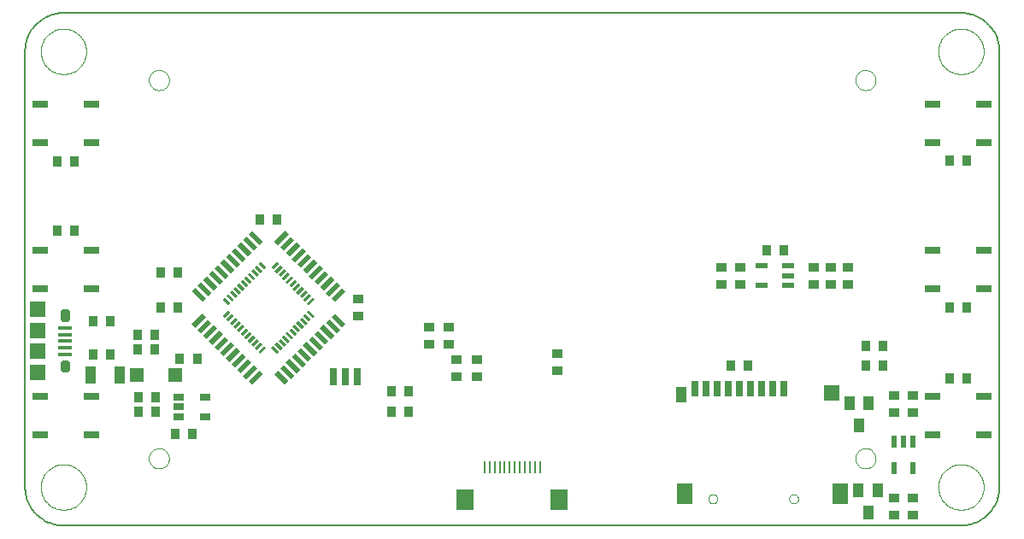
<source format=gtp>
G75*
%MOIN*%
%OFA0B0*%
%FSLAX24Y24*%
%IPPOS*%
%LPD*%
%AMOC8*
5,1,8,0,0,1.08239X$1,22.5*
%
%ADD10C,0.0050*%
%ADD11C,0.0000*%
%ADD12R,0.0276X0.0669*%
%ADD13R,0.0394X0.0709*%
%ADD14R,0.0472X0.0217*%
%ADD15R,0.0400X0.0370*%
%ADD16R,0.0217X0.0472*%
%ADD17R,0.0370X0.0400*%
%ADD18R,0.0600X0.0300*%
%ADD19R,0.0551X0.0551*%
%ADD20R,0.0531X0.0157*%
%ADD21C,0.0281*%
%ADD22R,0.0610X0.0648*%
%ADD23R,0.0610X0.0591*%
%ADD24R,0.0315X0.0118*%
%ADD25R,0.0300X0.0600*%
%ADD26R,0.0400X0.0600*%
%ADD27R,0.0600X0.0800*%
%ADD28R,0.0600X0.0600*%
%ADD29R,0.0390X0.0272*%
%ADD30R,0.0394X0.0551*%
%ADD31R,0.0591X0.0197*%
%ADD32R,0.0197X0.0591*%
%ADD33R,0.0098X0.0492*%
%ADD34R,0.0650X0.0807*%
D10*
X017760Y016393D02*
X052760Y016393D01*
X052836Y016395D01*
X052912Y016401D01*
X052987Y016410D01*
X053062Y016424D01*
X053136Y016441D01*
X053209Y016462D01*
X053281Y016486D01*
X053352Y016515D01*
X053421Y016546D01*
X053488Y016581D01*
X053553Y016620D01*
X053617Y016662D01*
X053678Y016707D01*
X053737Y016755D01*
X053793Y016806D01*
X053847Y016860D01*
X053898Y016916D01*
X053946Y016975D01*
X053991Y017036D01*
X054033Y017100D01*
X054072Y017165D01*
X054107Y017232D01*
X054138Y017301D01*
X054167Y017372D01*
X054191Y017444D01*
X054212Y017517D01*
X054229Y017591D01*
X054243Y017666D01*
X054252Y017741D01*
X054258Y017817D01*
X054260Y017893D01*
X054260Y034893D01*
X054258Y034969D01*
X054252Y035045D01*
X054243Y035120D01*
X054229Y035195D01*
X054212Y035269D01*
X054191Y035342D01*
X054167Y035414D01*
X054138Y035485D01*
X054107Y035554D01*
X054072Y035621D01*
X054033Y035686D01*
X053991Y035750D01*
X053946Y035811D01*
X053898Y035870D01*
X053847Y035926D01*
X053793Y035980D01*
X053737Y036031D01*
X053678Y036079D01*
X053617Y036124D01*
X053553Y036166D01*
X053488Y036205D01*
X053421Y036240D01*
X053352Y036271D01*
X053281Y036300D01*
X053209Y036324D01*
X053136Y036345D01*
X053062Y036362D01*
X052987Y036376D01*
X052912Y036385D01*
X052836Y036391D01*
X052760Y036393D01*
X017760Y036393D01*
X017684Y036391D01*
X017608Y036385D01*
X017533Y036376D01*
X017458Y036362D01*
X017384Y036345D01*
X017311Y036324D01*
X017239Y036300D01*
X017168Y036271D01*
X017099Y036240D01*
X017032Y036205D01*
X016967Y036166D01*
X016903Y036124D01*
X016842Y036079D01*
X016783Y036031D01*
X016727Y035980D01*
X016673Y035926D01*
X016622Y035870D01*
X016574Y035811D01*
X016529Y035750D01*
X016487Y035686D01*
X016448Y035621D01*
X016413Y035554D01*
X016382Y035485D01*
X016353Y035414D01*
X016329Y035342D01*
X016308Y035269D01*
X016291Y035195D01*
X016277Y035120D01*
X016268Y035045D01*
X016262Y034969D01*
X016260Y034893D01*
X016260Y017893D01*
X016262Y017817D01*
X016268Y017741D01*
X016277Y017666D01*
X016291Y017591D01*
X016308Y017517D01*
X016329Y017444D01*
X016353Y017372D01*
X016382Y017301D01*
X016413Y017232D01*
X016448Y017165D01*
X016487Y017100D01*
X016529Y017036D01*
X016574Y016975D01*
X016622Y016916D01*
X016673Y016860D01*
X016727Y016806D01*
X016783Y016755D01*
X016842Y016707D01*
X016903Y016662D01*
X016967Y016620D01*
X017032Y016581D01*
X017099Y016546D01*
X017168Y016515D01*
X017239Y016486D01*
X017311Y016462D01*
X017384Y016441D01*
X017458Y016424D01*
X017533Y016410D01*
X017608Y016401D01*
X017684Y016395D01*
X017760Y016393D01*
D11*
X016874Y017893D02*
X016876Y017952D01*
X016882Y018011D01*
X016892Y018069D01*
X016905Y018127D01*
X016923Y018184D01*
X016944Y018239D01*
X016969Y018293D01*
X016998Y018345D01*
X017030Y018394D01*
X017065Y018442D01*
X017103Y018487D01*
X017144Y018530D01*
X017188Y018570D01*
X017234Y018606D01*
X017283Y018640D01*
X017334Y018670D01*
X017387Y018697D01*
X017442Y018720D01*
X017497Y018739D01*
X017555Y018755D01*
X017613Y018767D01*
X017671Y018775D01*
X017730Y018779D01*
X017790Y018779D01*
X017849Y018775D01*
X017907Y018767D01*
X017965Y018755D01*
X018023Y018739D01*
X018078Y018720D01*
X018133Y018697D01*
X018186Y018670D01*
X018237Y018640D01*
X018286Y018606D01*
X018332Y018570D01*
X018376Y018530D01*
X018417Y018487D01*
X018455Y018442D01*
X018490Y018394D01*
X018522Y018345D01*
X018551Y018293D01*
X018576Y018239D01*
X018597Y018184D01*
X018615Y018127D01*
X018628Y018069D01*
X018638Y018011D01*
X018644Y017952D01*
X018646Y017893D01*
X018644Y017834D01*
X018638Y017775D01*
X018628Y017717D01*
X018615Y017659D01*
X018597Y017602D01*
X018576Y017547D01*
X018551Y017493D01*
X018522Y017441D01*
X018490Y017392D01*
X018455Y017344D01*
X018417Y017299D01*
X018376Y017256D01*
X018332Y017216D01*
X018286Y017180D01*
X018237Y017146D01*
X018186Y017116D01*
X018133Y017089D01*
X018078Y017066D01*
X018023Y017047D01*
X017965Y017031D01*
X017907Y017019D01*
X017849Y017011D01*
X017790Y017007D01*
X017730Y017007D01*
X017671Y017011D01*
X017613Y017019D01*
X017555Y017031D01*
X017497Y017047D01*
X017442Y017066D01*
X017387Y017089D01*
X017334Y017116D01*
X017283Y017146D01*
X017234Y017180D01*
X017188Y017216D01*
X017144Y017256D01*
X017103Y017299D01*
X017065Y017344D01*
X017030Y017392D01*
X016998Y017441D01*
X016969Y017493D01*
X016944Y017547D01*
X016923Y017602D01*
X016905Y017659D01*
X016892Y017717D01*
X016882Y017775D01*
X016876Y017834D01*
X016874Y017893D01*
X021086Y019011D02*
X021088Y019050D01*
X021094Y019089D01*
X021104Y019127D01*
X021117Y019164D01*
X021134Y019199D01*
X021154Y019233D01*
X021178Y019264D01*
X021205Y019293D01*
X021234Y019319D01*
X021266Y019342D01*
X021300Y019362D01*
X021336Y019378D01*
X021373Y019390D01*
X021412Y019399D01*
X021451Y019404D01*
X021490Y019405D01*
X021529Y019402D01*
X021568Y019395D01*
X021605Y019384D01*
X021642Y019370D01*
X021677Y019352D01*
X021710Y019331D01*
X021741Y019306D01*
X021769Y019279D01*
X021794Y019249D01*
X021816Y019216D01*
X021835Y019182D01*
X021850Y019146D01*
X021862Y019108D01*
X021870Y019070D01*
X021874Y019031D01*
X021874Y018991D01*
X021870Y018952D01*
X021862Y018914D01*
X021850Y018876D01*
X021835Y018840D01*
X021816Y018806D01*
X021794Y018773D01*
X021769Y018743D01*
X021741Y018716D01*
X021710Y018691D01*
X021677Y018670D01*
X021642Y018652D01*
X021605Y018638D01*
X021568Y018627D01*
X021529Y018620D01*
X021490Y018617D01*
X021451Y018618D01*
X021412Y018623D01*
X021373Y018632D01*
X021336Y018644D01*
X021300Y018660D01*
X021266Y018680D01*
X021234Y018703D01*
X021205Y018729D01*
X021178Y018758D01*
X021154Y018789D01*
X021134Y018823D01*
X021117Y018858D01*
X021104Y018895D01*
X021094Y018933D01*
X021088Y018972D01*
X021086Y019011D01*
X021086Y033775D02*
X021088Y033814D01*
X021094Y033853D01*
X021104Y033891D01*
X021117Y033928D01*
X021134Y033963D01*
X021154Y033997D01*
X021178Y034028D01*
X021205Y034057D01*
X021234Y034083D01*
X021266Y034106D01*
X021300Y034126D01*
X021336Y034142D01*
X021373Y034154D01*
X021412Y034163D01*
X021451Y034168D01*
X021490Y034169D01*
X021529Y034166D01*
X021568Y034159D01*
X021605Y034148D01*
X021642Y034134D01*
X021677Y034116D01*
X021710Y034095D01*
X021741Y034070D01*
X021769Y034043D01*
X021794Y034013D01*
X021816Y033980D01*
X021835Y033946D01*
X021850Y033910D01*
X021862Y033872D01*
X021870Y033834D01*
X021874Y033795D01*
X021874Y033755D01*
X021870Y033716D01*
X021862Y033678D01*
X021850Y033640D01*
X021835Y033604D01*
X021816Y033570D01*
X021794Y033537D01*
X021769Y033507D01*
X021741Y033480D01*
X021710Y033455D01*
X021677Y033434D01*
X021642Y033416D01*
X021605Y033402D01*
X021568Y033391D01*
X021529Y033384D01*
X021490Y033381D01*
X021451Y033382D01*
X021412Y033387D01*
X021373Y033396D01*
X021336Y033408D01*
X021300Y033424D01*
X021266Y033444D01*
X021234Y033467D01*
X021205Y033493D01*
X021178Y033522D01*
X021154Y033553D01*
X021134Y033587D01*
X021117Y033622D01*
X021104Y033659D01*
X021094Y033697D01*
X021088Y033736D01*
X021086Y033775D01*
X016874Y034893D02*
X016876Y034952D01*
X016882Y035011D01*
X016892Y035069D01*
X016905Y035127D01*
X016923Y035184D01*
X016944Y035239D01*
X016969Y035293D01*
X016998Y035345D01*
X017030Y035394D01*
X017065Y035442D01*
X017103Y035487D01*
X017144Y035530D01*
X017188Y035570D01*
X017234Y035606D01*
X017283Y035640D01*
X017334Y035670D01*
X017387Y035697D01*
X017442Y035720D01*
X017497Y035739D01*
X017555Y035755D01*
X017613Y035767D01*
X017671Y035775D01*
X017730Y035779D01*
X017790Y035779D01*
X017849Y035775D01*
X017907Y035767D01*
X017965Y035755D01*
X018023Y035739D01*
X018078Y035720D01*
X018133Y035697D01*
X018186Y035670D01*
X018237Y035640D01*
X018286Y035606D01*
X018332Y035570D01*
X018376Y035530D01*
X018417Y035487D01*
X018455Y035442D01*
X018490Y035394D01*
X018522Y035345D01*
X018551Y035293D01*
X018576Y035239D01*
X018597Y035184D01*
X018615Y035127D01*
X018628Y035069D01*
X018638Y035011D01*
X018644Y034952D01*
X018646Y034893D01*
X018644Y034834D01*
X018638Y034775D01*
X018628Y034717D01*
X018615Y034659D01*
X018597Y034602D01*
X018576Y034547D01*
X018551Y034493D01*
X018522Y034441D01*
X018490Y034392D01*
X018455Y034344D01*
X018417Y034299D01*
X018376Y034256D01*
X018332Y034216D01*
X018286Y034180D01*
X018237Y034146D01*
X018186Y034116D01*
X018133Y034089D01*
X018078Y034066D01*
X018023Y034047D01*
X017965Y034031D01*
X017907Y034019D01*
X017849Y034011D01*
X017790Y034007D01*
X017730Y034007D01*
X017671Y034011D01*
X017613Y034019D01*
X017555Y034031D01*
X017497Y034047D01*
X017442Y034066D01*
X017387Y034089D01*
X017334Y034116D01*
X017283Y034146D01*
X017234Y034180D01*
X017188Y034216D01*
X017144Y034256D01*
X017103Y034299D01*
X017065Y034344D01*
X017030Y034392D01*
X016998Y034441D01*
X016969Y034493D01*
X016944Y034547D01*
X016923Y034602D01*
X016905Y034659D01*
X016892Y034717D01*
X016882Y034775D01*
X016876Y034834D01*
X016874Y034893D01*
X042911Y017435D02*
X042913Y017461D01*
X042919Y017487D01*
X042928Y017511D01*
X042941Y017534D01*
X042958Y017554D01*
X042977Y017572D01*
X042999Y017587D01*
X043022Y017598D01*
X043047Y017606D01*
X043073Y017610D01*
X043099Y017610D01*
X043125Y017606D01*
X043150Y017598D01*
X043174Y017587D01*
X043195Y017572D01*
X043214Y017554D01*
X043231Y017534D01*
X043244Y017511D01*
X043253Y017487D01*
X043259Y017461D01*
X043261Y017435D01*
X043259Y017409D01*
X043253Y017383D01*
X043244Y017359D01*
X043231Y017336D01*
X043214Y017316D01*
X043195Y017298D01*
X043173Y017283D01*
X043150Y017272D01*
X043125Y017264D01*
X043099Y017260D01*
X043073Y017260D01*
X043047Y017264D01*
X043022Y017272D01*
X042998Y017283D01*
X042977Y017298D01*
X042958Y017316D01*
X042941Y017336D01*
X042928Y017359D01*
X042919Y017383D01*
X042913Y017409D01*
X042911Y017435D01*
X046060Y017435D02*
X046062Y017461D01*
X046068Y017487D01*
X046077Y017511D01*
X046090Y017534D01*
X046107Y017554D01*
X046126Y017572D01*
X046148Y017587D01*
X046171Y017598D01*
X046196Y017606D01*
X046222Y017610D01*
X046248Y017610D01*
X046274Y017606D01*
X046299Y017598D01*
X046323Y017587D01*
X046344Y017572D01*
X046363Y017554D01*
X046380Y017534D01*
X046393Y017511D01*
X046402Y017487D01*
X046408Y017461D01*
X046410Y017435D01*
X046408Y017409D01*
X046402Y017383D01*
X046393Y017359D01*
X046380Y017336D01*
X046363Y017316D01*
X046344Y017298D01*
X046322Y017283D01*
X046299Y017272D01*
X046274Y017264D01*
X046248Y017260D01*
X046222Y017260D01*
X046196Y017264D01*
X046171Y017272D01*
X046147Y017283D01*
X046126Y017298D01*
X046107Y017316D01*
X046090Y017336D01*
X046077Y017359D01*
X046068Y017383D01*
X046062Y017409D01*
X046060Y017435D01*
X048645Y019011D02*
X048647Y019050D01*
X048653Y019089D01*
X048663Y019127D01*
X048676Y019164D01*
X048693Y019199D01*
X048713Y019233D01*
X048737Y019264D01*
X048764Y019293D01*
X048793Y019319D01*
X048825Y019342D01*
X048859Y019362D01*
X048895Y019378D01*
X048932Y019390D01*
X048971Y019399D01*
X049010Y019404D01*
X049049Y019405D01*
X049088Y019402D01*
X049127Y019395D01*
X049164Y019384D01*
X049201Y019370D01*
X049236Y019352D01*
X049269Y019331D01*
X049300Y019306D01*
X049328Y019279D01*
X049353Y019249D01*
X049375Y019216D01*
X049394Y019182D01*
X049409Y019146D01*
X049421Y019108D01*
X049429Y019070D01*
X049433Y019031D01*
X049433Y018991D01*
X049429Y018952D01*
X049421Y018914D01*
X049409Y018876D01*
X049394Y018840D01*
X049375Y018806D01*
X049353Y018773D01*
X049328Y018743D01*
X049300Y018716D01*
X049269Y018691D01*
X049236Y018670D01*
X049201Y018652D01*
X049164Y018638D01*
X049127Y018627D01*
X049088Y018620D01*
X049049Y018617D01*
X049010Y018618D01*
X048971Y018623D01*
X048932Y018632D01*
X048895Y018644D01*
X048859Y018660D01*
X048825Y018680D01*
X048793Y018703D01*
X048764Y018729D01*
X048737Y018758D01*
X048713Y018789D01*
X048693Y018823D01*
X048676Y018858D01*
X048663Y018895D01*
X048653Y018933D01*
X048647Y018972D01*
X048645Y019011D01*
X051874Y017893D02*
X051876Y017952D01*
X051882Y018011D01*
X051892Y018069D01*
X051905Y018127D01*
X051923Y018184D01*
X051944Y018239D01*
X051969Y018293D01*
X051998Y018345D01*
X052030Y018394D01*
X052065Y018442D01*
X052103Y018487D01*
X052144Y018530D01*
X052188Y018570D01*
X052234Y018606D01*
X052283Y018640D01*
X052334Y018670D01*
X052387Y018697D01*
X052442Y018720D01*
X052497Y018739D01*
X052555Y018755D01*
X052613Y018767D01*
X052671Y018775D01*
X052730Y018779D01*
X052790Y018779D01*
X052849Y018775D01*
X052907Y018767D01*
X052965Y018755D01*
X053023Y018739D01*
X053078Y018720D01*
X053133Y018697D01*
X053186Y018670D01*
X053237Y018640D01*
X053286Y018606D01*
X053332Y018570D01*
X053376Y018530D01*
X053417Y018487D01*
X053455Y018442D01*
X053490Y018394D01*
X053522Y018345D01*
X053551Y018293D01*
X053576Y018239D01*
X053597Y018184D01*
X053615Y018127D01*
X053628Y018069D01*
X053638Y018011D01*
X053644Y017952D01*
X053646Y017893D01*
X053644Y017834D01*
X053638Y017775D01*
X053628Y017717D01*
X053615Y017659D01*
X053597Y017602D01*
X053576Y017547D01*
X053551Y017493D01*
X053522Y017441D01*
X053490Y017392D01*
X053455Y017344D01*
X053417Y017299D01*
X053376Y017256D01*
X053332Y017216D01*
X053286Y017180D01*
X053237Y017146D01*
X053186Y017116D01*
X053133Y017089D01*
X053078Y017066D01*
X053023Y017047D01*
X052965Y017031D01*
X052907Y017019D01*
X052849Y017011D01*
X052790Y017007D01*
X052730Y017007D01*
X052671Y017011D01*
X052613Y017019D01*
X052555Y017031D01*
X052497Y017047D01*
X052442Y017066D01*
X052387Y017089D01*
X052334Y017116D01*
X052283Y017146D01*
X052234Y017180D01*
X052188Y017216D01*
X052144Y017256D01*
X052103Y017299D01*
X052065Y017344D01*
X052030Y017392D01*
X051998Y017441D01*
X051969Y017493D01*
X051944Y017547D01*
X051923Y017602D01*
X051905Y017659D01*
X051892Y017717D01*
X051882Y017775D01*
X051876Y017834D01*
X051874Y017893D01*
X048645Y033775D02*
X048647Y033814D01*
X048653Y033853D01*
X048663Y033891D01*
X048676Y033928D01*
X048693Y033963D01*
X048713Y033997D01*
X048737Y034028D01*
X048764Y034057D01*
X048793Y034083D01*
X048825Y034106D01*
X048859Y034126D01*
X048895Y034142D01*
X048932Y034154D01*
X048971Y034163D01*
X049010Y034168D01*
X049049Y034169D01*
X049088Y034166D01*
X049127Y034159D01*
X049164Y034148D01*
X049201Y034134D01*
X049236Y034116D01*
X049269Y034095D01*
X049300Y034070D01*
X049328Y034043D01*
X049353Y034013D01*
X049375Y033980D01*
X049394Y033946D01*
X049409Y033910D01*
X049421Y033872D01*
X049429Y033834D01*
X049433Y033795D01*
X049433Y033755D01*
X049429Y033716D01*
X049421Y033678D01*
X049409Y033640D01*
X049394Y033604D01*
X049375Y033570D01*
X049353Y033537D01*
X049328Y033507D01*
X049300Y033480D01*
X049269Y033455D01*
X049236Y033434D01*
X049201Y033416D01*
X049164Y033402D01*
X049127Y033391D01*
X049088Y033384D01*
X049049Y033381D01*
X049010Y033382D01*
X048971Y033387D01*
X048932Y033396D01*
X048895Y033408D01*
X048859Y033424D01*
X048825Y033444D01*
X048793Y033467D01*
X048764Y033493D01*
X048737Y033522D01*
X048713Y033553D01*
X048693Y033587D01*
X048676Y033622D01*
X048663Y033659D01*
X048653Y033697D01*
X048647Y033736D01*
X048645Y033775D01*
X051874Y034893D02*
X051876Y034952D01*
X051882Y035011D01*
X051892Y035069D01*
X051905Y035127D01*
X051923Y035184D01*
X051944Y035239D01*
X051969Y035293D01*
X051998Y035345D01*
X052030Y035394D01*
X052065Y035442D01*
X052103Y035487D01*
X052144Y035530D01*
X052188Y035570D01*
X052234Y035606D01*
X052283Y035640D01*
X052334Y035670D01*
X052387Y035697D01*
X052442Y035720D01*
X052497Y035739D01*
X052555Y035755D01*
X052613Y035767D01*
X052671Y035775D01*
X052730Y035779D01*
X052790Y035779D01*
X052849Y035775D01*
X052907Y035767D01*
X052965Y035755D01*
X053023Y035739D01*
X053078Y035720D01*
X053133Y035697D01*
X053186Y035670D01*
X053237Y035640D01*
X053286Y035606D01*
X053332Y035570D01*
X053376Y035530D01*
X053417Y035487D01*
X053455Y035442D01*
X053490Y035394D01*
X053522Y035345D01*
X053551Y035293D01*
X053576Y035239D01*
X053597Y035184D01*
X053615Y035127D01*
X053628Y035069D01*
X053638Y035011D01*
X053644Y034952D01*
X053646Y034893D01*
X053644Y034834D01*
X053638Y034775D01*
X053628Y034717D01*
X053615Y034659D01*
X053597Y034602D01*
X053576Y034547D01*
X053551Y034493D01*
X053522Y034441D01*
X053490Y034392D01*
X053455Y034344D01*
X053417Y034299D01*
X053376Y034256D01*
X053332Y034216D01*
X053286Y034180D01*
X053237Y034146D01*
X053186Y034116D01*
X053133Y034089D01*
X053078Y034066D01*
X053023Y034047D01*
X052965Y034031D01*
X052907Y034019D01*
X052849Y034011D01*
X052790Y034007D01*
X052730Y034007D01*
X052671Y034011D01*
X052613Y034019D01*
X052555Y034031D01*
X052497Y034047D01*
X052442Y034066D01*
X052387Y034089D01*
X052334Y034116D01*
X052283Y034146D01*
X052234Y034180D01*
X052188Y034216D01*
X052144Y034256D01*
X052103Y034299D01*
X052065Y034344D01*
X052030Y034392D01*
X051998Y034441D01*
X051969Y034493D01*
X051944Y034547D01*
X051923Y034602D01*
X051905Y034659D01*
X051892Y034717D01*
X051882Y034775D01*
X051876Y034834D01*
X051874Y034893D01*
D12*
X029232Y022206D03*
X028760Y022206D03*
X028287Y022206D03*
D13*
X019936Y022268D03*
X018833Y022268D03*
D14*
X044998Y025769D03*
X044998Y026517D03*
X046021Y026517D03*
X046021Y026143D03*
X046021Y025769D03*
D15*
X047010Y025809D03*
X047010Y026478D03*
X047697Y026478D03*
X048353Y026478D03*
X048353Y025809D03*
X047697Y025809D03*
X044166Y025809D03*
X044166Y026478D03*
X043416Y026478D03*
X043416Y025809D03*
X037031Y023103D03*
X037031Y022434D03*
X033882Y022184D03*
X033094Y022184D03*
X033094Y022853D03*
X032785Y023459D03*
X033882Y022853D03*
X032785Y024128D03*
X032010Y024128D03*
X032010Y023459D03*
X029260Y024559D03*
X029260Y025228D03*
X050135Y021478D03*
X050884Y021478D03*
X050884Y020809D03*
X050135Y020809D03*
X050135Y017478D03*
X050885Y017478D03*
X050885Y016809D03*
X050135Y016809D03*
D16*
X050135Y018631D03*
X050884Y018631D03*
X050884Y019655D03*
X050510Y019655D03*
X050135Y019655D03*
D17*
X052325Y022143D03*
X052994Y022143D03*
X049719Y022643D03*
X049050Y022643D03*
X049050Y023393D03*
X049719Y023393D03*
X052325Y024893D03*
X052994Y024893D03*
X045844Y027143D03*
X045175Y027143D03*
X044444Y022643D03*
X043775Y022643D03*
X052325Y030643D03*
X052994Y030643D03*
X031207Y021643D03*
X030537Y021643D03*
X030537Y020831D03*
X031207Y020831D03*
X022969Y022893D03*
X022300Y022893D03*
X021313Y023275D03*
X021313Y023849D03*
X020644Y023849D03*
X020644Y023275D03*
X019594Y023081D03*
X018925Y023081D03*
X018925Y024361D03*
X019594Y024361D03*
X021550Y024893D03*
X022219Y024893D03*
X022219Y026268D03*
X021550Y026268D03*
X018194Y027893D03*
X017525Y027893D03*
X017525Y030593D03*
X018194Y030593D03*
X025425Y028331D03*
X026094Y028331D03*
X021344Y021393D03*
X020675Y021393D03*
X020675Y020831D03*
X021344Y020831D03*
X022112Y019956D03*
X022782Y019956D03*
D18*
X018860Y019943D03*
X016860Y019943D03*
X016860Y021443D03*
X018860Y021443D03*
X018860Y025643D03*
X016860Y025643D03*
X016860Y027143D03*
X018860Y027143D03*
X018860Y031343D03*
X016860Y031343D03*
X016860Y032843D03*
X018860Y032843D03*
X051660Y032843D03*
X051660Y031343D03*
X053660Y031343D03*
X053660Y032843D03*
X053660Y027143D03*
X053660Y025643D03*
X051660Y025643D03*
X051660Y027143D03*
X051660Y021443D03*
X051660Y019943D03*
X053660Y019943D03*
X053660Y021443D03*
D19*
X022101Y022268D03*
X020605Y022268D03*
D20*
X017823Y023081D03*
X017823Y023337D03*
X017823Y023593D03*
X017823Y023849D03*
X017823Y024105D03*
D21*
X017776Y024472D02*
X017776Y024684D01*
X017870Y024684D01*
X017870Y024472D01*
X017776Y024472D01*
X017776Y022715D02*
X017776Y022503D01*
X017776Y022715D02*
X017870Y022715D01*
X017870Y022503D01*
X017776Y022503D01*
D22*
X016760Y022364D03*
X016760Y024823D03*
D23*
X016760Y023987D03*
X016760Y023200D03*
D24*
G36*
X023965Y024574D02*
X024186Y024795D01*
X024269Y024712D01*
X024048Y024491D01*
X023965Y024574D01*
G37*
G36*
X024104Y024435D02*
X024325Y024656D01*
X024408Y024573D01*
X024187Y024352D01*
X024104Y024435D01*
G37*
G36*
X024243Y024295D02*
X024464Y024516D01*
X024547Y024433D01*
X024326Y024212D01*
X024243Y024295D01*
G37*
G36*
X024383Y024156D02*
X024604Y024377D01*
X024687Y024294D01*
X024466Y024073D01*
X024383Y024156D01*
G37*
G36*
X024522Y024017D02*
X024743Y024238D01*
X024826Y024155D01*
X024605Y023934D01*
X024522Y024017D01*
G37*
G36*
X024661Y023878D02*
X024882Y024099D01*
X024965Y024016D01*
X024744Y023795D01*
X024661Y023878D01*
G37*
G36*
X025104Y023877D02*
X024883Y023656D01*
X024800Y023739D01*
X025021Y023960D01*
X025104Y023877D01*
G37*
G36*
X025243Y023737D02*
X025022Y023516D01*
X024939Y023599D01*
X025160Y023820D01*
X025243Y023737D01*
G37*
G36*
X025383Y023598D02*
X025162Y023377D01*
X025079Y023460D01*
X025300Y023681D01*
X025383Y023598D01*
G37*
G36*
X025522Y023459D02*
X025301Y023238D01*
X025218Y023321D01*
X025439Y023542D01*
X025522Y023459D01*
G37*
G36*
X025661Y023320D02*
X025440Y023099D01*
X025357Y023182D01*
X025578Y023403D01*
X025661Y023320D01*
G37*
G36*
X026079Y023099D02*
X025858Y023320D01*
X025941Y023403D01*
X026162Y023182D01*
X026079Y023099D01*
G37*
G36*
X026218Y023238D02*
X025997Y023459D01*
X026080Y023542D01*
X026301Y023321D01*
X026218Y023238D01*
G37*
G36*
X026357Y023377D02*
X026136Y023598D01*
X026219Y023681D01*
X026440Y023460D01*
X026357Y023377D01*
G37*
G36*
X026497Y023516D02*
X026276Y023737D01*
X026359Y023820D01*
X026580Y023599D01*
X026497Y023516D01*
G37*
G36*
X026636Y023656D02*
X026415Y023877D01*
X026498Y023960D01*
X026719Y023739D01*
X026636Y023656D01*
G37*
G36*
X026775Y023795D02*
X026554Y024016D01*
X026637Y024099D01*
X026858Y023878D01*
X026775Y023795D01*
G37*
G36*
X026776Y024238D02*
X026997Y024017D01*
X026914Y023934D01*
X026693Y024155D01*
X026776Y024238D01*
G37*
G36*
X026915Y024377D02*
X027136Y024156D01*
X027053Y024073D01*
X026832Y024294D01*
X026915Y024377D01*
G37*
G36*
X027055Y024516D02*
X027276Y024295D01*
X027193Y024212D01*
X026972Y024433D01*
X027055Y024516D01*
G37*
G36*
X027194Y024656D02*
X027415Y024435D01*
X027332Y024352D01*
X027111Y024573D01*
X027194Y024656D01*
G37*
G36*
X027333Y024795D02*
X027554Y024574D01*
X027471Y024491D01*
X027250Y024712D01*
X027333Y024795D01*
G37*
G36*
X027554Y025213D02*
X027333Y024992D01*
X027250Y025075D01*
X027471Y025296D01*
X027554Y025213D01*
G37*
G36*
X027415Y025352D02*
X027194Y025131D01*
X027111Y025214D01*
X027332Y025435D01*
X027415Y025352D01*
G37*
G36*
X027276Y025491D02*
X027055Y025270D01*
X026972Y025353D01*
X027193Y025574D01*
X027276Y025491D01*
G37*
G36*
X027136Y025630D02*
X026915Y025409D01*
X026832Y025492D01*
X027053Y025713D01*
X027136Y025630D01*
G37*
G36*
X026997Y025770D02*
X026776Y025549D01*
X026693Y025632D01*
X026914Y025853D01*
X026997Y025770D01*
G37*
G36*
X026858Y025909D02*
X026637Y025688D01*
X026554Y025771D01*
X026775Y025992D01*
X026858Y025909D01*
G37*
G36*
X026415Y025910D02*
X026636Y026131D01*
X026719Y026048D01*
X026498Y025827D01*
X026415Y025910D01*
G37*
G36*
X026276Y026049D02*
X026497Y026270D01*
X026580Y026187D01*
X026359Y025966D01*
X026276Y026049D01*
G37*
G36*
X026136Y026188D02*
X026357Y026409D01*
X026440Y026326D01*
X026219Y026105D01*
X026136Y026188D01*
G37*
G36*
X025997Y026328D02*
X026218Y026549D01*
X026301Y026466D01*
X026080Y026245D01*
X025997Y026328D01*
G37*
G36*
X025858Y026467D02*
X026079Y026688D01*
X026162Y026605D01*
X025941Y026384D01*
X025858Y026467D01*
G37*
G36*
X025440Y026688D02*
X025661Y026467D01*
X025578Y026384D01*
X025357Y026605D01*
X025440Y026688D01*
G37*
G36*
X025301Y026549D02*
X025522Y026328D01*
X025439Y026245D01*
X025218Y026466D01*
X025301Y026549D01*
G37*
G36*
X025162Y026409D02*
X025383Y026188D01*
X025300Y026105D01*
X025079Y026326D01*
X025162Y026409D01*
G37*
G36*
X025022Y026270D02*
X025243Y026049D01*
X025160Y025966D01*
X024939Y026187D01*
X025022Y026270D01*
G37*
G36*
X024883Y026131D02*
X025104Y025910D01*
X025021Y025827D01*
X024800Y026048D01*
X024883Y026131D01*
G37*
G36*
X024744Y025992D02*
X024965Y025771D01*
X024882Y025688D01*
X024661Y025909D01*
X024744Y025992D01*
G37*
G36*
X024743Y025549D02*
X024522Y025770D01*
X024605Y025853D01*
X024826Y025632D01*
X024743Y025549D01*
G37*
G36*
X024604Y025409D02*
X024383Y025630D01*
X024466Y025713D01*
X024687Y025492D01*
X024604Y025409D01*
G37*
G36*
X024464Y025270D02*
X024243Y025491D01*
X024326Y025574D01*
X024547Y025353D01*
X024464Y025270D01*
G37*
G36*
X024325Y025131D02*
X024104Y025352D01*
X024187Y025435D01*
X024408Y025214D01*
X024325Y025131D01*
G37*
G36*
X024186Y024992D02*
X023965Y025213D01*
X024048Y025296D01*
X024269Y025075D01*
X024186Y024992D01*
G37*
D25*
X042377Y021726D03*
X042810Y021726D03*
X043243Y021726D03*
X043676Y021726D03*
X044110Y021726D03*
X044543Y021726D03*
X044976Y021726D03*
X045409Y021726D03*
X045842Y021726D03*
D26*
X041847Y021490D03*
D27*
X041984Y017643D03*
X048047Y017643D03*
D28*
X047724Y021572D03*
D29*
X023271Y021392D03*
X022252Y021392D03*
X022252Y021018D03*
X022252Y020644D03*
X023271Y020644D03*
D30*
X048416Y021175D03*
X049164Y021175D03*
X048790Y020309D03*
X048760Y017759D03*
X049509Y017759D03*
X049135Y016893D03*
D31*
G36*
X028765Y025533D02*
X028349Y025117D01*
X028211Y025255D01*
X028627Y025671D01*
X028765Y025533D01*
G37*
G36*
X028542Y025756D02*
X028126Y025340D01*
X027988Y025478D01*
X028404Y025894D01*
X028542Y025756D01*
G37*
G36*
X028319Y025979D02*
X027903Y025563D01*
X027765Y025701D01*
X028181Y026117D01*
X028319Y025979D01*
G37*
G36*
X028097Y026202D02*
X027681Y025786D01*
X027543Y025924D01*
X027959Y026340D01*
X028097Y026202D01*
G37*
G36*
X027874Y026424D02*
X027458Y026008D01*
X027320Y026146D01*
X027736Y026562D01*
X027874Y026424D01*
G37*
G36*
X027651Y026647D02*
X027235Y026231D01*
X027097Y026369D01*
X027513Y026785D01*
X027651Y026647D01*
G37*
G36*
X027428Y026870D02*
X027012Y026454D01*
X026874Y026592D01*
X027290Y027008D01*
X027428Y026870D01*
G37*
G36*
X027206Y027092D02*
X026790Y026676D01*
X026652Y026814D01*
X027068Y027230D01*
X027206Y027092D01*
G37*
G36*
X026983Y027315D02*
X026567Y026899D01*
X026429Y027037D01*
X026845Y027453D01*
X026983Y027315D01*
G37*
G36*
X026760Y027538D02*
X026344Y027122D01*
X026206Y027260D01*
X026622Y027676D01*
X026760Y027538D01*
G37*
G36*
X026538Y027761D02*
X026122Y027345D01*
X025984Y027483D01*
X026400Y027899D01*
X026538Y027761D01*
G37*
G36*
X023308Y024531D02*
X022892Y024115D01*
X022754Y024253D01*
X023170Y024669D01*
X023308Y024531D01*
G37*
G36*
X023531Y024308D02*
X023115Y023892D01*
X022977Y024030D01*
X023393Y024446D01*
X023531Y024308D01*
G37*
G36*
X023754Y024086D02*
X023338Y023670D01*
X023200Y023808D01*
X023616Y024224D01*
X023754Y024086D01*
G37*
G36*
X023976Y023863D02*
X023560Y023447D01*
X023422Y023585D01*
X023838Y024001D01*
X023976Y023863D01*
G37*
G36*
X024199Y023640D02*
X023783Y023224D01*
X023645Y023362D01*
X024061Y023778D01*
X024199Y023640D01*
G37*
G36*
X024422Y023418D02*
X024006Y023002D01*
X023868Y023140D01*
X024284Y023556D01*
X024422Y023418D01*
G37*
G36*
X024645Y023195D02*
X024229Y022779D01*
X024091Y022917D01*
X024507Y023333D01*
X024645Y023195D01*
G37*
G36*
X024867Y022972D02*
X024451Y022556D01*
X024313Y022694D01*
X024729Y023110D01*
X024867Y022972D01*
G37*
G36*
X025090Y022750D02*
X024674Y022334D01*
X024536Y022472D01*
X024952Y022888D01*
X025090Y022750D01*
G37*
G36*
X025313Y022527D02*
X024897Y022111D01*
X024759Y022249D01*
X025175Y022665D01*
X025313Y022527D01*
G37*
G36*
X025535Y022304D02*
X025119Y021888D01*
X024981Y022026D01*
X025397Y022442D01*
X025535Y022304D01*
G37*
D32*
G36*
X026538Y022026D02*
X026400Y021888D01*
X025984Y022304D01*
X026122Y022442D01*
X026538Y022026D01*
G37*
G36*
X026760Y022249D02*
X026622Y022111D01*
X026206Y022527D01*
X026344Y022665D01*
X026760Y022249D01*
G37*
G36*
X026983Y022472D02*
X026845Y022334D01*
X026429Y022750D01*
X026567Y022888D01*
X026983Y022472D01*
G37*
G36*
X027206Y022694D02*
X027068Y022556D01*
X026652Y022972D01*
X026790Y023110D01*
X027206Y022694D01*
G37*
G36*
X027428Y022917D02*
X027290Y022779D01*
X026874Y023195D01*
X027012Y023333D01*
X027428Y022917D01*
G37*
G36*
X027651Y023140D02*
X027513Y023002D01*
X027097Y023418D01*
X027235Y023556D01*
X027651Y023140D01*
G37*
G36*
X027874Y023362D02*
X027736Y023224D01*
X027320Y023640D01*
X027458Y023778D01*
X027874Y023362D01*
G37*
G36*
X028097Y023585D02*
X027959Y023447D01*
X027543Y023863D01*
X027681Y024001D01*
X028097Y023585D01*
G37*
G36*
X028319Y023808D02*
X028181Y023670D01*
X027765Y024086D01*
X027903Y024224D01*
X028319Y023808D01*
G37*
G36*
X028542Y024030D02*
X028404Y023892D01*
X027988Y024308D01*
X028126Y024446D01*
X028542Y024030D01*
G37*
G36*
X028765Y024253D02*
X028627Y024115D01*
X028211Y024531D01*
X028349Y024669D01*
X028765Y024253D01*
G37*
G36*
X025313Y027260D02*
X025175Y027122D01*
X024759Y027538D01*
X024897Y027676D01*
X025313Y027260D01*
G37*
G36*
X025535Y027483D02*
X025397Y027345D01*
X024981Y027761D01*
X025119Y027899D01*
X025535Y027483D01*
G37*
G36*
X025090Y027037D02*
X024952Y026899D01*
X024536Y027315D01*
X024674Y027453D01*
X025090Y027037D01*
G37*
G36*
X024867Y026814D02*
X024729Y026676D01*
X024313Y027092D01*
X024451Y027230D01*
X024867Y026814D01*
G37*
G36*
X024645Y026592D02*
X024507Y026454D01*
X024091Y026870D01*
X024229Y027008D01*
X024645Y026592D01*
G37*
G36*
X024422Y026369D02*
X024284Y026231D01*
X023868Y026647D01*
X024006Y026785D01*
X024422Y026369D01*
G37*
G36*
X024199Y026146D02*
X024061Y026008D01*
X023645Y026424D01*
X023783Y026562D01*
X024199Y026146D01*
G37*
G36*
X023976Y025924D02*
X023838Y025786D01*
X023422Y026202D01*
X023560Y026340D01*
X023976Y025924D01*
G37*
G36*
X023754Y025701D02*
X023616Y025563D01*
X023200Y025979D01*
X023338Y026117D01*
X023754Y025701D01*
G37*
G36*
X023531Y025478D02*
X023393Y025340D01*
X022977Y025756D01*
X023115Y025894D01*
X023531Y025478D01*
G37*
G36*
X023308Y025255D02*
X023170Y025117D01*
X022754Y025533D01*
X022892Y025671D01*
X023308Y025255D01*
G37*
D33*
X034177Y018673D03*
X034374Y018673D03*
X034571Y018673D03*
X034767Y018673D03*
X034964Y018673D03*
X035161Y018673D03*
X035358Y018673D03*
X035555Y018673D03*
X035752Y018673D03*
X035948Y018673D03*
X036145Y018673D03*
X036342Y018673D03*
D34*
X037090Y017393D03*
X033429Y017393D03*
M02*

</source>
